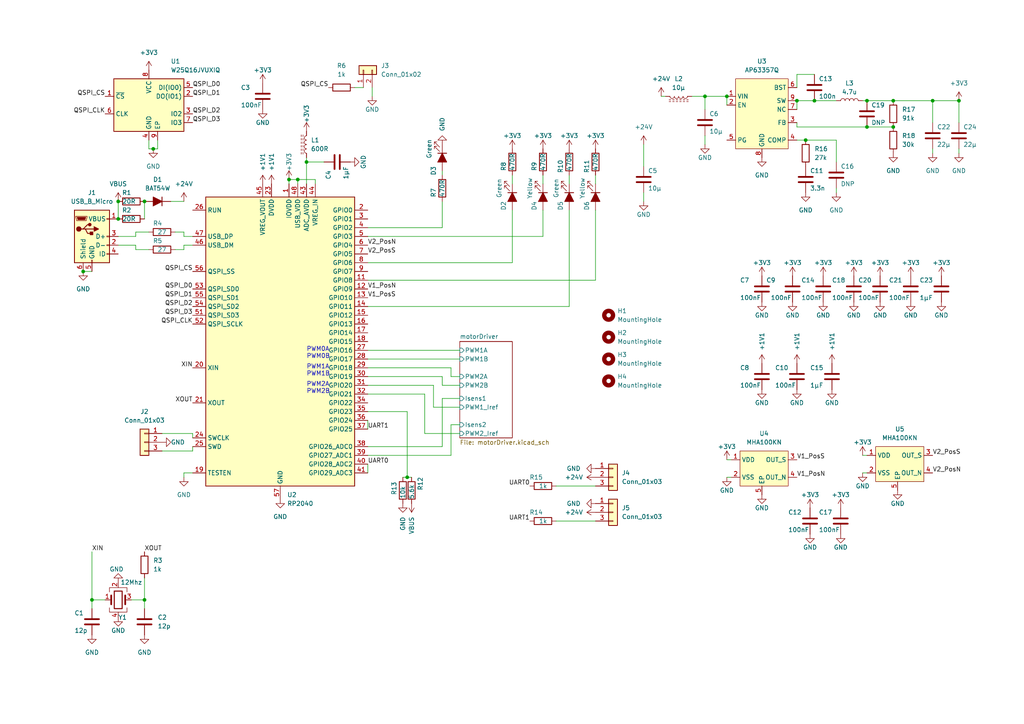
<source format=kicad_sch>
(kicad_sch (version 20211123) (generator eeschema)
  (paper "A4")
  (lib_symbols
    (symbol "Bergi:AP63357Q"
      (property "Reference" "U" (at -6.35 11.43 0))
      (property "Value" "AP63357Q" (at -2.54 8.89 0))
      (symbol "AP63357Q_1_1"
        (pin unspecified line (at -10.16 2.54 0) (length 2.54) (name "VIN") (number "1"))
        (pin unspecified line (at -10.16 0 0) (length 2.54) (name "EN") (number "2"))
        (pin unspecified line (at 10.16 -5.08 180) (length 2.54) (name "FB") (number "3"))
        (pin unspecified line (at 10.16 -10.16 180) (length 2.54) (name "COMP") (number "4"))
        (pin unspecified line (at -10.16 -10.16 0) (length 2.54) (name "PG") (number "5"))
        (pin unspecified line (at 10.16 5.08 180) (length 2.54) (name "BST") (number "6"))
        (pin unspecified line (at 10.16 -1.27 180) (length 2.54) (name "NC") (number "7"))
        (pin unspecified line (at 0 -15.24 90) (length 2.54) (name "GND") (number "8"))
        (pin unspecified line (at 10.16 1.27 180) (length 2.54) (name "SW") (number "9"))
      )
    )
    (symbol "Bergi:MHA100KN"
      (property "Reference" "U" (at -5.08 6.35 0))
      (property "Value" "MHA100KN" (at 10.16 -6.35 0))
      (symbol "MHA100KN_1_1"
        (pin unspecified line (at -8.89 2.54 0) (length 2.54) (name "VDD") (number "1"))
        (pin unspecified line (at -8.89 -2.54 0) (length 2.54) (name "VSS") (number "2"))
        (pin unspecified line (at 10.16 2.54 180) (length 2.54) (name "OUT_S") (number "3"))
        (pin unspecified line (at 10.16 -2.54 180) (length 2.54) (name "OUT_N") (number "4"))
        (pin unspecified line (at 0 -7.62 90) (length 2.54) (name "EP") (number "5"))
      )
    )
    (symbol "Bergi:W25Q16JVUXIQ"
      (property "Reference" "U" (at -8.89 8.89 0))
      (property "Value" "W25Q16JVUXIQ" (at 7.62 8.89 0))
      (symbol "W25Q16JVUXIQ_1_1"
        (pin input line (at -12.7 2.54 0) (length 2.54) (name "~{CS}") (number "1"))
        (pin bidirectional line (at 12.7 2.54 180) (length 2.54) (name "DO(IO1)") (number "2"))
        (pin bidirectional line (at 12.7 -2.54 180) (length 2.54) (name "IO2") (number "3"))
        (pin power_in line (at 0 -10.16 90) (length 2.54) (name "GND") (number "4"))
        (pin bidirectional line (at 12.7 5.08 180) (length 2.54) (name "DI(IO0)") (number "5"))
        (pin input line (at -12.7 -2.54 0) (length 2.54) (name "CLK") (number "6"))
        (pin bidirectional line (at 12.7 -5.08 180) (length 2.54) (name "IO3") (number "7"))
        (pin power_in line (at 0 10.16 270) (length 2.54) (name "VCC") (number "8"))
        (pin passive line (at 2.54 -10.16 90) (length 2.54) (name "EP") (number "9"))
      )
    )
    (symbol "Connector:USB_B_Micro" (pin_names (offset 1.016))
      (property "Reference" "J" (at -5.08 11.43 0))
      (property "Value" "USB_B_Micro" (at -5.08 8.89 0))
      (symbol "USB_B_Micro_1_1"
        (pin power_out line (at 7.62 5.08 180) (length 2.54) (name "VBUS") (number "1"))
        (pin bidirectional line (at 7.62 -2.54 180) (length 2.54) (name "D-") (number "2"))
        (pin bidirectional line (at 7.62 0 180) (length 2.54) (name "D+") (number "3"))
        (pin passive line (at 7.62 -5.08 180) (length 2.54) (name "ID") (number "4"))
        (pin power_out line (at 0 -10.16 90) (length 2.54) (name "GND") (number "5"))
        (pin passive line (at -2.54 -10.16 90) (length 2.54) (name "Shield") (number "6"))
      )
    )
    (symbol "Connector_Generic:Conn_01x02" (pin_names (offset 1.016) hide)
      (property "Reference" "J" (at 0 2.54 0))
      (property "Value" "Conn_01x02" (at 0 -5.08 0))
      (symbol "Conn_01x02_1_1"
        (pin passive line (at -5.08 0 0) (length 3.81) (name "Pin_1") (number "1"))
        (pin passive line (at -5.08 -2.54 0) (length 3.81) (name "Pin_2") (number "2"))
      )
    )
    (symbol "Connector_Generic:Conn_01x03" (pin_names (offset 1.016) hide)
      (property "Reference" "J" (at 0 5.08 0))
      (property "Value" "Conn_01x03" (at 0 -5.08 0))
      (symbol "Conn_01x03_1_1"
        (pin passive line (at -5.08 2.54 0) (length 3.81) (name "Pin_1") (number "1"))
        (pin passive line (at -5.08 0 0) (length 3.81) (name "Pin_2") (number "2"))
        (pin passive line (at -5.08 -2.54 0) (length 3.81) (name "Pin_3") (number "3"))
      )
    )
    (symbol "Device:C" (pin_numbers hide) (pin_names (offset 0.254))
      (property "Reference" "C" (at 0.635 2.54 0))
      (property "Value" "C" (at 0.635 -2.54 0))
      (symbol "C_1_1"
        (pin passive line (at 0 3.81 270) (length 2.794) (name "~") (number "1"))
        (pin passive line (at 0 -3.81 90) (length 2.794) (name "~") (number "2"))
      )
    )
    (symbol "Device:Crystal_GND24" (pin_names (offset 1.016) hide)
      (property "Reference" "Y" (at 3.175 5.08 0))
      (property "Value" "Crystal_GND24" (at 3.175 3.175 0))
      (symbol "Crystal_GND24_1_1"
        (pin passive line (at -3.81 0 0) (length 1.27) (name "1") (number "1"))
        (pin passive line (at 0 5.08 270) (length 1.27) (name "2") (number "2"))
        (pin passive line (at 3.81 0 180) (length 1.27) (name "3") (number "3"))
        (pin passive line (at 0 -5.08 90) (length 1.27) (name "4") (number "4"))
      )
    )
    (symbol "Device:D_Filled" (pin_numbers hide) (pin_names (offset 1.016) hide)
      (property "Reference" "D" (at 0 2.54 0))
      (property "Value" "D_Filled" (at 0 -2.54 0))
      (symbol "D_Filled_1_1"
        (pin passive line (at -3.81 0 0) (length 2.54) (name "K") (number "1"))
        (pin passive line (at 3.81 0 180) (length 2.54) (name "A") (number "2"))
      )
    )
    (symbol "Device:L" (pin_numbers hide) (pin_names (offset 1.016) hide)
      (property "Reference" "L" (at -1.27 0 90))
      (property "Value" "L" (at 1.905 0 90))
      (symbol "L_1_1"
        (pin passive line (at 0 3.81 270) (length 1.27) (name "1") (number "1"))
        (pin passive line (at 0 -3.81 90) (length 1.27) (name "2") (number "2"))
      )
    )
    (symbol "Device:LED_Filled" (pin_numbers hide) (pin_names (offset 1.016) hide)
      (property "Reference" "D" (at 0 2.54 0))
      (property "Value" "LED_Filled" (at 0 -2.54 0))
      (symbol "LED_Filled_1_1"
        (pin passive line (at -3.81 0 0) (length 2.54) (name "K") (number "1"))
        (pin passive line (at 3.81 0 180) (length 2.54) (name "A") (number "2"))
      )
    )
    (symbol "Device:L_Ferrite" (pin_numbers hide) (pin_names (offset 1.016) hide)
      (property "Reference" "L" (at -1.27 0 90))
      (property "Value" "L_Ferrite" (at 2.794 0 90))
      (symbol "L_Ferrite_1_1"
        (pin passive line (at 0 3.81 270) (length 1.27) (name "1") (number "1"))
        (pin passive line (at 0 -3.81 90) (length 1.27) (name "2") (number "2"))
      )
    )
    (symbol "Device:R" (pin_numbers hide) (pin_names (offset 0))
      (property "Reference" "R" (at 2.032 0 90))
      (property "Value" "R" (at 0 0 90))
      (symbol "R_1_1"
        (pin passive line (at 0 3.81 270) (length 1.27) (name "~") (number "1"))
        (pin passive line (at 0 -3.81 90) (length 1.27) (name "~") (number "2"))
      )
    )
    (symbol "MCU_RaspberryPi:RP2040"
      (property "Reference" "U" (at 17.78 45.72 0))
      (property "Value" "RP2040" (at 17.78 43.18 0))
      (symbol "RP2040_1_1"
        (pin power_in line (at 2.54 45.72 270) (length 3.81) (name "IOVDD") (number "1"))
        (pin passive line (at 2.54 45.72 270) (length 3.81) hide (name "IOVDD") (number "10"))
        (pin bidirectional line (at 25.4 17.78 180) (length 3.81) (name "GPIO8") (number "11"))
        (pin bidirectional line (at 25.4 15.24 180) (length 3.81) (name "GPIO9") (number "12"))
        (pin bidirectional line (at 25.4 12.7 180) (length 3.81) (name "GPIO10") (number "13"))
        (pin bidirectional line (at 25.4 10.16 180) (length 3.81) (name "GPIO11") (number "14"))
        (pin bidirectional line (at 25.4 7.62 180) (length 3.81) (name "GPIO12") (number "15"))
        (pin bidirectional line (at 25.4 5.08 180) (length 3.81) (name "GPIO13") (number "16"))
        (pin bidirectional line (at 25.4 2.54 180) (length 3.81) (name "GPIO14") (number "17"))
        (pin bidirectional line (at 25.4 0 180) (length 3.81) (name "GPIO15") (number "18"))
        (pin input line (at -25.4 -38.1 0) (length 3.81) (name "TESTEN") (number "19"))
        (pin bidirectional line (at 25.4 38.1 180) (length 3.81) (name "GPIO0") (number "2"))
        (pin input line (at -25.4 -7.62 0) (length 3.81) (name "XIN") (number "20"))
        (pin passive line (at -25.4 -17.78 0) (length 3.81) (name "XOUT") (number "21"))
        (pin passive line (at 2.54 45.72 270) (length 3.81) hide (name "IOVDD") (number "22"))
        (pin power_in line (at -2.54 45.72 270) (length 3.81) (name "DVDD") (number "23"))
        (pin output line (at -25.4 -27.94 0) (length 3.81) (name "SWCLK") (number "24"))
        (pin bidirectional line (at -25.4 -30.48 0) (length 3.81) (name "SWD") (number "25"))
        (pin input line (at -25.4 38.1 0) (length 3.81) (name "RUN") (number "26"))
        (pin bidirectional line (at 25.4 -2.54 180) (length 3.81) (name "GPIO16") (number "27"))
        (pin bidirectional line (at 25.4 -5.08 180) (length 3.81) (name "GPIO17") (number "28"))
        (pin bidirectional line (at 25.4 -7.62 180) (length 3.81) (name "GPIO18") (number "29"))
        (pin bidirectional line (at 25.4 35.56 180) (length 3.81) (name "GPIO1") (number "3"))
        (pin bidirectional line (at 25.4 -10.16 180) (length 3.81) (name "GPIO19") (number "30"))
        (pin bidirectional line (at 25.4 -12.7 180) (length 3.81) (name "GPIO20") (number "31"))
        (pin bidirectional line (at 25.4 -15.24 180) (length 3.81) (name "GPIO21") (number "32"))
        (pin passive line (at 2.54 45.72 270) (length 3.81) hide (name "IOVDD") (number "33"))
        (pin bidirectional line (at 25.4 -17.78 180) (length 3.81) (name "GPIO22") (number "34"))
        (pin bidirectional line (at 25.4 -20.32 180) (length 3.81) (name "GPIO23") (number "35"))
        (pin bidirectional line (at 25.4 -22.86 180) (length 3.81) (name "GPIO24") (number "36"))
        (pin bidirectional line (at 25.4 -25.4 180) (length 3.81) (name "GPIO25") (number "37"))
        (pin bidirectional line (at 25.4 -30.48 180) (length 3.81) (name "GPIO26_ADC0") (number "38"))
        (pin bidirectional line (at 25.4 -33.02 180) (length 3.81) (name "GPIO27_ADC1") (number "39"))
        (pin bidirectional line (at 25.4 33.02 180) (length 3.81) (name "GPIO2") (number "4"))
        (pin bidirectional line (at 25.4 -35.56 180) (length 3.81) (name "GPIO28_ADC2") (number "40"))
        (pin bidirectional line (at 25.4 -38.1 180) (length 3.81) (name "GPIO29_ADC3") (number "41"))
        (pin passive line (at 2.54 45.72 270) (length 3.81) hide (name "IOVDD") (number "42"))
        (pin power_in line (at 7.62 45.72 270) (length 3.81) (name "ADC_AVDD") (number "43"))
        (pin power_in line (at 10.16 45.72 270) (length 3.81) (name "VREG_IN") (number "44"))
        (pin power_out line (at -5.08 45.72 270) (length 3.81) (name "VREG_VOUT") (number "45"))
        (pin bidirectional line (at -25.4 27.94 0) (length 3.81) (name "USB_DM") (number "46"))
        (pin bidirectional line (at -25.4 30.48 0) (length 3.81) (name "USB_DP") (number "47"))
        (pin power_in line (at 5.08 45.72 270) (length 3.81) (name "USB_VDD") (number "48"))
        (pin passive line (at 2.54 45.72 270) (length 3.81) hide (name "IOVDD") (number "49"))
        (pin bidirectional line (at 25.4 30.48 180) (length 3.81) (name "GPIO3") (number "5"))
        (pin passive line (at -2.54 45.72 270) (length 3.81) hide (name "DVDD") (number "50"))
        (pin bidirectional line (at -25.4 7.62 0) (length 3.81) (name "QSPI_SD3") (number "51"))
        (pin output line (at -25.4 5.08 0) (length 3.81) (name "QSPI_SCLK") (number "52"))
        (pin bidirectional line (at -25.4 15.24 0) (length 3.81) (name "QSPI_SD0") (number "53"))
        (pin bidirectional line (at -25.4 10.16 0) (length 3.81) (name "QSPI_SD2") (number "54"))
        (pin bidirectional line (at -25.4 12.7 0) (length 3.81) (name "QSPI_SD1") (number "55"))
        (pin bidirectional line (at -25.4 20.32 0) (length 3.81) (name "QSPI_SS") (number "56"))
        (pin power_in line (at 0 -45.72 90) (length 3.81) (name "GND") (number "57"))
        (pin bidirectional line (at 25.4 27.94 180) (length 3.81) (name "GPIO4") (number "6"))
        (pin bidirectional line (at 25.4 25.4 180) (length 3.81) (name "GPIO5") (number "7"))
        (pin bidirectional line (at 25.4 22.86 180) (length 3.81) (name "GPIO6") (number "8"))
        (pin bidirectional line (at 25.4 20.32 180) (length 3.81) (name "GPIO7") (number "9"))
      )
    )
    (symbol "Mechanical:MountingHole" (pin_names (offset 1.016))
      (property "Reference" "H" (at 0 5.08 0))
      (property "Value" "MountingHole" (at 0 3.175 0))
    )
    (symbol "power:+1V1" (power) (pin_names (offset 0))
      (property "Value" "+1V1" (at 0 3.556 0))
      (symbol "+1V1_1_1"
        (pin power_in line (at 0 0 90) (length 0) hide (name "+1V1") (number "1"))
      )
    )
    (symbol "power:+24V" (power) (pin_names (offset 0))
      (property "Value" "+24V" (at 0 3.556 0))
      (symbol "+24V_1_1"
        (pin power_in line (at 0 0 90) (length 0) hide (name "+24V") (number "1"))
      )
    )
    (symbol "power:+3V3" (power) (pin_names (offset 0))
      (property "Value" "+3V3" (at 0 3.556 0))
      (symbol "+3V3_1_1"
        (pin power_in line (at 0 0 90) (length 0) hide (name "+3V3") (number "1"))
      )
    )
    (symbol "power:GND" (power) (pin_names (offset 0))
      (property "Value" "GND" (at 0 -3.81 0))
      (symbol "GND_1_1"
        (pin power_in line (at 0 0 270) (length 0) hide (name "GND") (number "1"))
      )
    )
    (symbol "power:VBUS" (power) (pin_names (offset 0))
      (property "Value" "VBUS" (at 0 3.81 0))
      (symbol "VBUS_1_1"
        (pin power_in line (at 0 0 90) (length 0) hide (name "VBUS") (number "1"))
      )
    )
  )
  (junction (at 24.13 78.74))
  (junction (at 204.47 27.94))
  (junction (at 88.9 46.99))
  (junction (at 210.82 27.94))
  (junction (at 41.91 58.42))
  (junction (at 236.22 29.21))
  (junction (at 118.11 138.43))
  (junction (at 26.67 173.99))
  (junction (at 41.91 173.99))
  (junction (at 34.29 63.5))
  (junction (at 86.36 52.07))
  (junction (at 233.68 40.64))
  (junction (at 259.08 36.83))
  (junction (at 34.29 58.42))
  (junction (at 231.14 29.21))
  (junction (at 251.46 29.21))
  (junction (at 278.13 29.21))
  (junction (at 259.08 29.21))
  (junction (at 83.82 52.07))
  (junction (at 44.45 43.18))
  (junction (at 270.51 29.21))
  (junction (at 251.46 36.83))
  (wire (pts (xy 88.9 46.99) (xy 93.98 46.99)))
  (wire (pts (xy 128.27 111.76) (xy 128.27 109.22)))
  (wire (pts (xy 130.81 132.08) (xy 130.81 123.19)))
  (wire (pts (xy 88.9 45.72) (xy 88.9 46.99)))
  (wire (pts (xy 278.13 44.45) (xy 278.13 43.18)))
  (wire (pts (xy 148.59 50.8) (xy 148.59 53.34)))
  (wire (pts (xy 148.59 60.96) (xy 148.59 76.2)))
  (wire (pts (xy 133.35 118.11) (xy 125.73 118.11)))
  (wire (pts (xy 46.99 130.81) (xy 55.88 130.81)))
  (wire (pts (xy 86.36 52.07) (xy 91.44 52.07)))
  (wire (pts (xy 231.14 36.83) (xy 251.46 36.83)))
  (wire (pts (xy 53.34 137.16) (xy 55.88 137.16)))
  (wire (pts (xy 106.68 129.54) (xy 128.27 129.54)))
  (wire (pts (xy 41.91 58.42) (xy 41.91 63.5)))
  (wire (pts (xy 128.27 58.42) (xy 128.27 66.04)))
  (wire (pts (xy 204.47 27.94) (xy 210.82 27.94)))
  (wire (pts (xy 161.29 140.97) (xy 172.72 140.97)))
  (wire (pts (xy 106.68 134.62) (xy 106.68 137.16)))
  (wire (pts (xy 250.19 132.08) (xy 251.46 132.08)))
  (wire (pts (xy 55.88 125.73) (xy 46.99 125.73)))
  (wire (pts (xy 204.47 41.91) (xy 204.47 39.37)))
  (wire (pts (xy 106.68 66.04) (xy 128.27 66.04)))
  (wire (pts (xy 106.68 109.22) (xy 128.27 109.22)))
  (wire (pts (xy 123.19 125.73) (xy 123.19 114.3)))
  (wire (pts (xy 157.48 60.96) (xy 157.48 68.58)))
  (wire (pts (xy 43.18 67.31) (xy 39.37 67.31)))
  (wire (pts (xy 161.29 151.13) (xy 172.72 151.13)))
  (wire (pts (xy 53.34 67.31) (xy 50.8 67.31)))
  (wire (pts (xy 119.38 138.43) (xy 118.11 138.43)))
  (wire (pts (xy 118.11 138.43) (xy 116.84 138.43)))
  (wire (pts (xy 34.29 71.12) (xy 39.37 71.12)))
  (wire (pts (xy 242.57 55.88) (xy 242.57 54.61)))
  (wire (pts (xy 250.19 137.16) (xy 251.46 137.16)))
  (wire (pts (xy 44.45 43.18) (xy 45.72 43.18)))
  (wire (pts (xy 270.51 29.21) (xy 270.51 35.56)))
  (wire (pts (xy 55.88 127) (xy 55.88 125.73)))
  (wire (pts (xy 250.19 29.21) (xy 251.46 29.21)))
  (wire (pts (xy 39.37 68.58) (xy 34.29 68.58)))
  (wire (pts (xy 38.1 173.99) (xy 41.91 173.99)))
  (wire (pts (xy 251.46 36.83) (xy 259.08 36.83)))
  (wire (pts (xy 106.68 101.6) (xy 133.35 101.6)))
  (wire (pts (xy 233.68 40.64) (xy 231.14 40.64)))
  (wire (pts (xy 106.68 81.28) (xy 172.72 81.28)))
  (wire (pts (xy 53.34 68.58) (xy 53.34 67.31)))
  (wire (pts (xy 270.51 44.45) (xy 270.51 43.18)))
  (wire (pts (xy 106.68 111.76) (xy 125.73 111.76)))
  (wire (pts (xy 133.35 109.22) (xy 130.81 109.22)))
  (wire (pts (xy 26.67 176.53) (xy 26.67 173.99)))
  (wire (pts (xy 231.14 21.59) (xy 236.22 21.59)))
  (wire (pts (xy 130.81 123.19) (xy 133.35 123.19)))
  (wire (pts (xy 118.11 119.38) (xy 106.68 119.38)))
  (wire (pts (xy 50.8 72.39) (xy 53.34 72.39)))
  (wire (pts (xy 106.68 121.92) (xy 106.68 124.46)))
  (wire (pts (xy 43.18 40.64) (xy 43.18 43.18)))
  (wire (pts (xy 210.82 133.35) (xy 212.09 133.35)))
  (wire (pts (xy 165.1 88.9) (xy 106.68 88.9)))
  (wire (pts (xy 107.95 25.4) (xy 107.95 27.94)))
  (wire (pts (xy 200.66 27.94) (xy 204.47 27.94)))
  (wire (pts (xy 278.13 29.21) (xy 270.51 29.21)))
  (wire (pts (xy 26.67 160.02) (xy 26.67 173.99)))
  (wire (pts (xy 231.14 29.21) (xy 236.22 29.21)))
  (wire (pts (xy 106.68 132.08) (xy 130.81 132.08)))
  (wire (pts (xy 55.88 68.58) (xy 53.34 68.58)))
  (wire (pts (xy 39.37 67.31) (xy 39.37 68.58)))
  (wire (pts (xy 91.44 52.07) (xy 91.44 53.34)))
  (wire (pts (xy 49.53 58.42) (xy 53.34 58.42)))
  (wire (pts (xy 157.48 50.8) (xy 157.48 53.34)))
  (wire (pts (xy 43.18 43.18) (xy 44.45 43.18)))
  (wire (pts (xy 128.27 129.54) (xy 128.27 115.57)))
  (wire (pts (xy 204.47 31.75) (xy 204.47 27.94)))
  (wire (pts (xy 41.91 167.64) (xy 41.91 173.99)))
  (wire (pts (xy 128.27 115.57) (xy 133.35 115.57)))
  (wire (pts (xy 106.68 104.14) (xy 133.35 104.14)))
  (wire (pts (xy 165.1 60.96) (xy 165.1 88.9)))
  (wire (pts (xy 130.81 109.22) (xy 130.81 106.68)))
  (wire (pts (xy 133.35 125.73) (xy 123.19 125.73)))
  (wire (pts (xy 186.69 58.42) (xy 186.69 55.88)))
  (wire (pts (xy 55.88 130.81) (xy 55.88 129.54)))
  (wire (pts (xy 45.72 43.18) (xy 45.72 40.64)))
  (wire (pts (xy 133.35 111.76) (xy 128.27 111.76)))
  (wire (pts (xy 118.11 138.43) (xy 118.11 119.38)))
  (wire (pts (xy 106.68 106.68) (xy 130.81 106.68)))
  (wire (pts (xy 125.73 118.11) (xy 125.73 111.76)))
  (wire (pts (xy 231.14 25.4) (xy 231.14 21.59)))
  (wire (pts (xy 186.69 41.91) (xy 186.69 48.26)))
  (wire (pts (xy 39.37 72.39) (xy 43.18 72.39)))
  (wire (pts (xy 128.27 50.8) (xy 128.27 49.53)))
  (wire (pts (xy 242.57 46.99) (xy 242.57 40.64)))
  (wire (pts (xy 165.1 50.8) (xy 165.1 53.34)))
  (wire (pts (xy 231.14 35.56) (xy 231.14 36.83)))
  (wire (pts (xy 86.36 52.07) (xy 86.36 53.34)))
  (wire (pts (xy 83.82 52.07) (xy 86.36 52.07)))
  (wire (pts (xy 102.87 25.4) (xy 105.41 25.4)))
  (wire (pts (xy 41.91 173.99) (xy 41.91 176.53)))
  (wire (pts (xy 278.13 35.56) (xy 278.13 29.21)))
  (wire (pts (xy 106.68 76.2) (xy 148.59 76.2)))
  (wire (pts (xy 53.34 72.39) (xy 53.34 71.12)))
  (wire (pts (xy 172.72 60.96) (xy 172.72 81.28)))
  (wire (pts (xy 83.82 52.07) (xy 83.82 53.34)))
  (wire (pts (xy 39.37 71.12) (xy 39.37 72.39)))
  (wire (pts (xy 210.82 27.94) (xy 210.82 30.48)))
  (wire (pts (xy 106.68 68.58) (xy 157.48 68.58)))
  (wire (pts (xy 53.34 138.43) (xy 53.34 137.16)))
  (wire (pts (xy 26.67 173.99) (xy 30.48 173.99)))
  (wire (pts (xy 24.13 78.74) (xy 26.67 78.74)))
  (wire (pts (xy 191.77 27.94) (xy 193.04 27.94)))
  (wire (pts (xy 34.29 63.5) (xy 34.29 58.42)))
  (wire (pts (xy 231.14 31.75) (xy 231.14 29.21)))
  (wire (pts (xy 172.72 50.8) (xy 172.72 53.34)))
  (wire (pts (xy 251.46 29.21) (xy 259.08 29.21)))
  (wire (pts (xy 210.82 138.43) (xy 212.09 138.43)))
  (wire (pts (xy 236.22 29.21) (xy 242.57 29.21)))
  (wire (pts (xy 242.57 40.64) (xy 233.68 40.64)))
  (wire (pts (xy 106.68 114.3) (xy 123.19 114.3)))
  (wire (pts (xy 53.34 71.12) (xy 55.88 71.12)))
  (wire (pts (xy 88.9 46.99) (xy 88.9 53.34)))
  (wire (pts (xy 259.08 29.21) (xy 270.51 29.21)))
  (text "PWM2A\nPWM2B" (at 88.9 114.3 0) (effects (font (size 1.27 1.27)) (justify left bottom)))
  (text "PWM1A\nPWM1B" (at 88.9 109.22 0) (effects (font (size 1.27 1.27)) (justify left bottom)))
  (text "PWM0A\nPWM0B" (at 88.9 104.14 0) (effects (font (size 1.27 1.27)) (justify left bottom)))
  (label "V2_PosN" (at 270.51 137.16 0))
  (label "V1_PosS" (at 231.14 133.35 0))
  (label "QSPI_D1" (at 55.88 27.94 0))
  (label "UART1" (at 153.67 151.13 180))
  (label "QSPI_D0" (at 55.88 25.4 0))
  (label "QSPI_D3" (at 55.88 91.44 180))
  (label "QSPI_D0" (at 55.88 83.82 180))
  (label "QSPI_CS" (at 55.88 78.74 180))
  (label "QSPI_CLK" (at 55.88 93.98 180))
  (label "V2_PosS" (at 270.51 132.08 0))
  (label "V1_PosS" (at 106.68 86.36 0))
  (label "XOUT" (at 41.91 160.02 0))
  (label "QSPI_D3" (at 55.88 35.56 0))
  (label "XIN" (at 26.67 160.02 0))
  (label "XIN" (at 55.88 106.68 180))
  (label "QSPI_CLK" (at 30.48 33.02 180))
  (label "QSPI_CS" (at 30.48 27.94 180))
  (label "QSPI_D1" (at 55.88 86.36 180))
  (label "UART0" (at 106.68 134.62 0))
  (label "QSPI_CS" (at 95.25 25.4 180))
  (label "V1_PosN" (at 106.68 83.82 0))
  (label "V2_PosS" (at 106.68 73.66 0))
  (label "V1_PosN" (at 231.14 138.43 0))
  (label "QSPI_D2" (at 55.88 33.02 0))
  (label "QSPI_D2" (at 55.88 88.9 180))
  (label "UART1" (at 106.68 124.46 0))
  (label "XOUT" (at 55.88 116.84 180))
  (label "V2_PosN" (at 106.68 71.12 0))
  (label "UART0" (at 153.67 140.97 180))
  (symbol (lib_id "Device:L_Ferrite") (at 88.9 41.91 180) (unit 1)
    (property "Reference" "L1" (at 90.17 40.6399 0) (effects (justify right)))
    (property "Value" "600R" (at 90.17 43.1799 0) (effects (justify right)))
    (property "Footprint" "Inductor_SMD:L_0603_1608Metric" (effects hide))
  )
  (symbol (lib_id "Device:R") (at 165.1 46.99 180) (unit 1)
    (property "Reference" "R10" (at 162.56 48.26 90))
    (property "Value" "470R" (at 165.1 46.99 90))
    (property "Footprint" "Resistor_SMD:R_0603_1608Metric" (effects hide))
  )
  (symbol (lib_id "Device:C") (at 97.79 46.99 90) (unit 1)
    (property "Reference" "C4" (at 95.25 52.07 0) (effects (justify left)))
    (property "Value" "1µF" (at 100.33 52.07 0) (effects (justify left)))
    (property "Footprint" "Capacitor_SMD:C_0603_1608Metric" (effects hide))
  )
  (symbol (lib_id "power:GND") (at 264.16 87.63 0) (unit 1)
    (property "Reference" "#PWR067" (effects hide))
    (property "Value" "GND" (at 264.16 91.44 0))
  )
  (symbol (lib_id "power:GND") (at 116.84 146.05 0) (unit 1)
    (property "Reference" "#PWR027" (effects hide))
    (property "Value" "GND" (at 116.8401 149.86 90) (effects (justify right)))
  )
  (symbol (lib_id "power:GND") (at 210.82 138.43 0) (unit 1)
    (property "Reference" "#PWR037" (effects hide))
    (property "Value" "GND" (at 210.82 142.24 0))
  )
  (symbol (lib_id "Device:Crystal_GND24") (at 34.29 173.99 0) (unit 1)
    (property "Reference" "Y1" (at 35.56 179.07 0))
    (property "Value" "12Mhz" (at 38.1 168.91 0))
    (property "Footprint" "Crystal:Crystal_SMD_2520-4Pin_2.5x2.0mm" (effects hide))
    (property "HTN" "ECS-120-12-36-AGN-TR3" (effects hide))
  )
  (symbol (lib_id "Device:C") (at 242.57 50.8 180) (unit 1)
    (property "Reference" "C16" (at 243.84 48.26 0) (effects (justify right)))
    (property "Value" "DNP" (at 243.84 53.34 0) (effects (justify right)))
    (property "Footprint" "Capacitor_SMD:C_0603_1608Metric" (effects hide))
  )
  (symbol (lib_id "Bergi:W25Q16JVUXIQ") (at 43.18 30.48 0) (unit 1)
    (property "Reference" "U1" (at 49.53 17.78 0) (effects (justify left)))
    (property "Value" "W25Q16JVUXIQ" (at 49.53 20.32 0) (effects (justify left)))
    (property "Footprint" "Bergi:DFN-8-1EP_3x2mm_P0.5mm_EP0.3x1.6mm" (effects hide))
    (property "Datasheet" "http://www.winbond.com/resource-files/w25q32jv%20revg%2003272018%20plus.pdf" (effects hide))
  )
  (symbol (lib_id "Device:R") (at 46.99 72.39 90) (unit 1)
    (property "Reference" "R5" (at 45.72 69.85 90))
    (property "Value" "27" (at 46.99 72.39 90))
    (property "Footprint" "Resistor_SMD:R_0603_1608Metric" (effects hide))
  )
  (symbol (lib_id "Device:R") (at 157.48 151.13 270) (unit 1)
    (property "Reference" "R14" (at 157.48 148.59 90) (effects (justify right)))
    (property "Value" "1k" (at 158.75 151.13 90) (effects (justify right)))
    (property "Footprint" "Resistor_SMD:R_0603_1608Metric" (effects hide))
  )
  (symbol (lib_id "Connector_Generic:Conn_01x02") (at 105.41 20.32 90) (unit 1)
    (property "Reference" "J3" (at 110.49 19.0499 90) (effects (justify right)))
    (property "Value" "Conn_01x02" (at 110.49 21.5899 90) (effects (justify right)))
    (property "Footprint" "Connector_PinSocket_2.54mm:PinSocket_1x02_P2.54mm_Vertical" (effects hide))
  )
  (symbol (lib_id "Device:C") (at 76.2 27.94 0) (unit 1)
    (property "Reference" "C3" (at 69.85 25.4 0) (effects (justify left)))
    (property "Value" "100nF" (at 69.85 30.48 0) (effects (justify left)))
    (property "Footprint" "Capacitor_SMD:C_0603_1608Metric" (effects hide))
  )
  (symbol (lib_id "Device:LED_Filled") (at 157.48 57.15 270) (unit 1)
    (property "Reference" "D4" (at 154.94 59.69 0))
    (property "Value" "Yellow" (at 153.67 54.61 0))
    (property "Footprint" "LED_SMD:LED_0603_1608Metric" (effects hide))
  )
  (symbol (lib_id "Mechanical:MountingHole") (at 176.53 104.14 0) (unit 1)
    (property "Reference" "H3" (at 179.07 102.8699 0) (effects (justify left)))
    (property "Value" "MountingHole" (at 179.07 105.4099 0) (effects (justify left)))
    (property "Footprint" "MountingHole:MountingHole_3.2mm_M3_DIN965" (effects hide))
  )
  (symbol (lib_id "Device:C") (at 229.87 83.82 0) (unit 1)
    (property "Reference" "C9" (at 222.25 81.28 0) (effects (justify left)))
    (property "Value" "100nF" (at 223.52 86.36 0) (effects (justify left)))
    (property "Footprint" "Capacitor_SMD:C_0603_1608Metric" (effects hide))
  )
  (symbol (lib_id "power:GND") (at 76.2 31.75 0) (unit 1)
    (property "Reference" "#PWR013" (effects hide))
    (property "Value" "GND" (at 76.2 35.56 0))
  )
  (symbol (lib_id "power:+24V") (at 191.77 27.94 0) (unit 1)
    (property "Reference" "#PWR034" (effects hide))
    (property "Value" "+24V" (at 191.77 22.86 0))
  )
  (symbol (lib_id "power:GND") (at 128.27 41.91 180) (unit 1)
    (property "Reference" "#PWR022" (effects hide))
    (property "Value" "GND" (at 128.2699 38.1 90) (effects (justify right)))
  )
  (symbol (lib_id "Device:C") (at 251.46 33.02 180) (unit 1)
    (property "Reference" "C19" (at 252.73 30.48 0) (effects (justify right)))
    (property "Value" "DNP" (at 252.73 35.56 0) (effects (justify right)))
    (property "Footprint" "Capacitor_SMD:C_0603_1608Metric" (effects hide))
  )
  (symbol (lib_id "Device:R") (at 41.91 163.83 0) (unit 1)
    (property "Reference" "R3" (at 44.45 162.5599 0) (effects (justify left)))
    (property "Value" "1k" (at 44.45 165.0999 0) (effects (justify left)))
    (property "Footprint" "Resistor_SMD:R_0603_1608Metric" (effects hide))
  )
  (symbol (lib_id "Device:C") (at 243.84 151.13 0) (unit 1)
    (property "Reference" "C17" (at 237.49 148.59 0) (effects (justify left)))
    (property "Value" "100nF" (at 237.49 153.67 0) (effects (justify left)))
    (property "Footprint" "Capacitor_SMD:C_0402_1005Metric" (effects hide))
  )
  (symbol (lib_id "Connector_Generic:Conn_01x03") (at 177.8 138.43 0) (unit 1)
    (property "Reference" "J4" (at 180.34 137.1599 0) (effects (justify left)))
    (property "Value" "Conn_01x03" (at 180.34 139.6999 0) (effects (justify left)))
    (property "Footprint" "Connector_Molex:Molex_KK-254_AE-6410-03A_1x03_P2.54mm_Vertical" (effects hide))
  )
  (symbol (lib_id "Device:R") (at 259.08 33.02 0) (unit 1)
    (property "Reference" "R17" (at 261.62 31.7499 0) (effects (justify left)))
    (property "Value" "91k" (at 261.62 34.2899 0) (effects (justify left)))
    (property "Footprint" "Resistor_SMD:R_0603_1608Metric" (effects hide))
  )
  (symbol (lib_id "Device:R") (at 148.59 46.99 180) (unit 1)
    (property "Reference" "R8" (at 146.05 48.26 90))
    (property "Value" "470R" (at 148.59 46.99 90))
    (property "Footprint" "Resistor_SMD:R_0603_1608Metric" (effects hide))
  )
  (symbol (lib_id "power:+1V1") (at 241.3 105.41 0) (unit 1)
    (property "Reference" "#PWR053" (effects hide))
    (property "Value" "+1V1" (at 241.3 99.06 90))
  )
  (symbol (lib_id "Device:R") (at 38.1 63.5 270) (unit 1)
    (property "Reference" "R2" (at 38.1 60.96 90) (effects (justify right)))
    (property "Value" "20R" (at 39.37 63.5 90) (effects (justify right)))
    (property "Footprint" "Resistor_SMD:R_0603_1608Metric" (effects hide))
  )
  (symbol (lib_id "Device:L_Ferrite") (at 196.85 27.94 270) (unit 1)
    (property "Reference" "L2" (at 196.85 22.86 90))
    (property "Value" "10µ" (at 196.85 25.4 90))
    (property "Footprint" "Inductor_SMD:L_0805_2012Metric" (effects hide))
  )
  (symbol (lib_id "Device:C") (at 264.16 83.82 0) (unit 1)
    (property "Reference" "C21" (at 257.81 81.28 0) (effects (justify left)))
    (property "Value" "100nF" (at 257.81 86.36 0) (effects (justify left)))
    (property "Footprint" "Capacitor_SMD:C_0603_1608Metric" (effects hide))
  )
  (symbol (lib_id "power:GND") (at 107.95 27.94 0) (unit 1)
    (property "Reference" "#PWR020" (effects hide))
    (property "Value" "GND" (at 107.95 31.75 0))
  )
  (symbol (lib_id "power:GND") (at 270.51 44.45 0) (unit 1)
    (property "Reference" "#PWR068" (effects hide))
    (property "Value" "GND" (at 270.51 49.53 0))
  )
  (symbol (lib_id "power:GND") (at 24.13 78.74 0) (unit 1)
    (property "Reference" "#PWR01" (effects hide))
    (property "Value" "GND" (at 24.13 83.82 0))
  )
  (symbol (lib_id "power:+24V") (at 53.34 58.42 0) (unit 1)
    (property "Reference" "#PWR010" (effects hide))
    (property "Value" "+24V" (at 53.34 53.34 0))
  )
  (symbol (lib_id "power:GND") (at 247.65 87.63 0) (unit 1)
    (property "Reference" "#PWR059" (effects hide))
    (property "Value" "GND" (at 247.65 91.44 0))
  )
  (symbol (lib_id "Device:R") (at 38.1 58.42 270) (unit 1)
    (property "Reference" "R1" (at 38.1 55.88 90) (effects (justify right)))
    (property "Value" "20R" (at 39.37 58.42 90) (effects (justify right)))
    (property "Footprint" "Resistor_SMD:R_0603_1608Metric" (effects hide))
  )
  (symbol (lib_id "power:+3V3") (at 148.59 43.18 0) (unit 1)
    (property "Reference" "#PWR021" (effects hide))
    (property "Value" "+3V3" (at 148.59 39.37 0))
  )
  (symbol (lib_id "power:GND") (at 233.68 55.88 0) (unit 1)
    (property "Reference" "#PWR048" (effects hide))
    (property "Value" "GND" (at 233.68 60.96 0))
  )
  (symbol (lib_id "Device:C") (at 233.68 52.07 180) (unit 1)
    (property "Reference" "C11" (at 234.95 49.53 0) (effects (justify right)))
    (property "Value" "3.3n" (at 234.95 54.61 0) (effects (justify right)))
    (property "Footprint" "Capacitor_SMD:C_0603_1608Metric" (effects hide))
  )
  (symbol (lib_id "Device:C") (at 204.47 35.56 180) (unit 1)
    (property "Reference" "C6" (at 205.74 33.02 0) (effects (justify right)))
    (property "Value" "10µ" (at 205.74 38.1 0) (effects (justify right)))
    (property "Footprint" "Capacitor_SMD:C_1210_3225Metric" (effects hide))
  )
  (symbol (lib_id "Device:C") (at 273.05 83.82 0) (unit 1)
    (property "Reference" "C23" (at 266.7 81.28 0) (effects (justify left)))
    (property "Value" "1µF" (at 266.7 86.36 0) (effects (justify left)))
    (property "Footprint" "Capacitor_SMD:C_0603_1608Metric" (effects hide))
  )
  (symbol (lib_id "power:GND") (at 220.98 45.72 0) (unit 1)
    (property "Reference" "#PWR038" (effects hide))
    (property "Value" "GND" (at 220.98 50.8 0))
  )
  (symbol (lib_id "Device:C") (at 234.95 151.13 0) (unit 1)
    (property "Reference" "C12" (at 228.6 148.59 0) (effects (justify left)))
    (property "Value" "100nF" (at 228.6 153.67 0) (effects (justify left)))
    (property "Footprint" "Capacitor_SMD:C_0402_1005Metric" (effects hide))
  )
  (symbol (lib_id "power:GND") (at 241.3 113.03 0) (unit 1)
    (property "Reference" "#PWR054" (effects hide))
    (property "Value" "GND" (at 241.3 116.84 0))
  )
  (symbol (lib_id "power:+3V3") (at 88.9 38.1 0) (unit 1)
    (property "Reference" "#PWR018" (effects hide))
    (property "Value" "+3V3" (at 88.9 33.02 90))
  )
  (symbol (lib_id "Device:C") (at 236.22 25.4 180) (unit 1)
    (property "Reference" "C13" (at 237.49 22.86 0) (effects (justify right)))
    (property "Value" "100n" (at 237.49 27.94 0) (effects (justify right)))
    (property "Footprint" "Capacitor_SMD:C_0603_1608Metric" (effects hide))
  )
  (symbol (lib_id "power:GND") (at 53.34 138.43 0) (unit 1)
    (property "Reference" "#PWR011" (effects hide))
    (property "Value" "GND" (at 53.34 143.51 0))
  )
  (symbol (lib_id "Device:R") (at 46.99 67.31 90) (unit 1)
    (property "Reference" "R4" (at 45.72 64.77 90))
    (property "Value" "27" (at 46.99 67.31 90))
    (property "Footprint" "Resistor_SMD:R_0603_1608Metric" (effects hide))
  )
  (symbol (lib_id "Device:R") (at 116.84 142.24 0) (unit 1)
    (property "Reference" "R13" (at 114.3 139.7 90) (effects (justify right)))
    (property "Value" "10k" (at 116.84 140.97 90) (effects (justify right)))
    (property "Footprint" "Resistor_SMD:R_0603_1608Metric" (effects hide))
  )
  (symbol (lib_id "power:+1V1") (at 76.2 53.34 0) (unit 1)
    (property "Reference" "#PWR014" (effects hide))
    (property "Value" "+1V1" (at 76.2 46.99 90))
  )
  (symbol (lib_id "power:GND") (at 278.13 44.45 0) (unit 1)
    (property "Reference" "#PWR072" (effects hide))
    (property "Value" "GND" (at 278.13 49.53 0))
  )
  (symbol (lib_id "power:GND") (at 260.35 142.24 0) (unit 1)
    (property "Reference" "#PWR065" (effects hide))
    (property "Value" "GND" (at 260.35 146.05 0))
  )
  (symbol (lib_id "Device:C") (at 26.67 180.34 0) (unit 1)
    (property "Reference" "C1" (at 21.59 177.8 0) (effects (justify left)))
    (property "Value" "12p" (at 21.59 182.88 0) (effects (justify left)))
    (property "Footprint" "Capacitor_SMD:C_0603_1608Metric" (effects hide))
  )
  (symbol (lib_id "Mechanical:MountingHole") (at 176.53 110.49 0) (unit 1)
    (property "Reference" "H4" (at 179.07 109.2199 0) (effects (justify left)))
    (property "Value" "MountingHole" (at 179.07 111.7599 0) (effects (justify left)))
    (property "Footprint" "MountingHole:MountingHole_3.2mm_M3_DIN965" (effects hide))
  )
  (symbol (lib_id "Device:C") (at 220.98 83.82 0) (unit 1)
    (property "Reference" "C7" (at 214.63 81.28 0) (effects (justify left)))
    (property "Value" "100nF" (at 214.63 86.36 0) (effects (justify left)))
    (property "Footprint" "Capacitor_SMD:C_0603_1608Metric" (effects hide))
  )
  (symbol (lib_id "MCU_RaspberryPi:RP2040") (at 81.28 99.06 0) (unit 1)
    (property "Reference" "U2" (at 83.2994 143.51 0) (effects (justify left)))
    (property "Value" "RP2040" (at 83.2994 146.05 0) (effects (justify left)))
    (property "Footprint" "Package_DFN_QFN:QFN-56-1EP_7x7mm_P0.4mm_EP3.2x3.2mm" (effects hide))
    (property "Datasheet" "https://datasheets.raspberrypi.com/rp2040/rp2040-datasheet.pdf" (effects hide))
  )
  (symbol (lib_id "power:+3V3") (at 238.76 80.01 0) (unit 1)
    (property "Reference" "#PWR051" (effects hide))
    (property "Value" "+3V3" (at 238.76 76.2 0))
  )
  (symbol (lib_id "Device:C") (at 41.91 180.34 0) (unit 1)
    (property "Reference" "C2" (at 45.72 179.0699 0) (effects (justify left)))
    (property "Value" "12p" (at 45.72 181.6099 0) (effects (justify left)))
    (property "Footprint" "Capacitor_SMD:C_0603_1608Metric" (effects hide))
  )
  (symbol (lib_id "power:GND") (at 273.05 87.63 0) (unit 1)
    (property "Reference" "#PWR070" (effects hide))
    (property "Value" "GND" (at 273.05 91.44 0))
  )
  (symbol (lib_id "power:+3V3") (at 220.98 80.01 0) (unit 1)
    (property "Reference" "#PWR039" (effects hide))
    (property "Value" "+3V3" (at 220.98 76.2 0))
  )
  (symbol (lib_id "power:GND") (at 255.27 87.63 0) (unit 1)
    (property "Reference" "#PWR063" (effects hide))
    (property "Value" "GND" (at 255.27 91.44 0))
  )
  (symbol (lib_id "Connector:USB_B_Micro") (at 26.67 68.58 0) (unit 1)
    (property "Reference" "J1" (at 26.67 55.88 0))
    (property "Value" "USB_B_Micro" (at 26.67 58.42 0))
    (property "Footprint" "Connector_USB:USB_Micro-B_GCT_USB3076-30-A" (effects hide))
    (property "HTN" "USB3076-30, USB3075-30" (effects hide))
  )
  (symbol (lib_id "Mechanical:MountingHole") (at 176.53 91.44 0) (unit 1)
    (property "Reference" "H1" (at 179.07 90.1699 0) (effects (justify left)))
    (property "Value" "MountingHole" (at 179.07 92.7099 0) (effects (justify left)))
    (property "Footprint" "MountingHole:MountingHole_3.2mm_M3_DIN965" (effects hide))
  )
  (symbol (lib_id "power:+24V") (at 186.69 41.91 0) (unit 1)
    (property "Reference" "#PWR032" (effects hide))
    (property "Value" "+24V" (at 186.69 36.83 0))
  )
  (symbol (lib_id "power:+3V3") (at 43.18 20.32 0) (unit 1)
    (property "Reference" "#PWR07" (effects hide))
    (property "Value" "+3V3" (at 43.18 15.24 0))
  )
  (symbol (lib_id "Device:LED_Filled") (at 172.72 57.15 270) (unit 1)
    (property "Reference" "D6" (at 170.18 59.69 0))
    (property "Value" "Yellow" (at 168.91 54.61 0))
    (property "Footprint" "LED_SMD:LED_0603_1608Metric" (effects hide))
  )
  (symbol (lib_id "power:GND") (at 243.84 154.94 0) (unit 1)
    (property "Reference" "#PWR057" (effects hide))
    (property "Value" "GND" (at 243.84 158.75 0))
  )
  (symbol (lib_id "power:GND") (at 220.98 113.03 0) (unit 1)
    (property "Reference" "#PWR042" (effects hide))
    (property "Value" "GND" (at 220.98 116.84 0))
  )
  (symbol (lib_id "Device:LED_Filled") (at 165.1 57.15 270) (unit 1)
    (property "Reference" "D5" (at 162.56 59.69 0))
    (property "Value" "Green" (at 161.29 54.61 0))
    (property "Footprint" "LED_SMD:LED_0603_1608Metric" (effects hide))
  )
  (symbol (lib_id "power:+3V3") (at 243.84 147.32 0) (unit 1)
    (property "Reference" "#PWR056" (effects hide))
    (property "Value" "+3V3" (at 243.84 143.51 0))
  )
  (symbol (lib_id "power:+1V1") (at 231.14 105.41 0) (unit 1)
    (property "Reference" "#PWR046" (effects hide))
    (property "Value" "+1V1" (at 231.14 99.06 90))
  )
  (symbol (lib_id "Device:R") (at 119.38 142.24 180) (unit 1)
    (property "Reference" "R12" (at 121.92 142.24 90) (effects (justify right)))
    (property "Value" "5.6k" (at 119.38 144.78 90) (effects (justify right)))
    (property "Footprint" "Resistor_SMD:R_0603_1608Metric" (effects hide))
  )
  (symbol (lib_id "power:GND") (at 186.69 58.42 0) (unit 1)
    (property "Reference" "#PWR033" (effects hide))
    (property "Value" "GND" (at 186.69 62.23 0))
  )
  (symbol (lib_id "Device:R") (at 172.72 46.99 180) (unit 1)
    (property "Reference" "R11" (at 170.18 48.26 90))
    (property "Value" "470R" (at 172.72 46.99 90))
    (property "Footprint" "Resistor_SMD:R_0603_1608Metric" (effects hide))
  )
  (symbol (lib_id "power:GND") (at 34.29 168.91 180) (unit 1)
    (property "Reference" "#PWR04" (effects hide))
    (property "Value" "GND" (at 31.75 165.1 0) (effects (justify right)))
  )
  (symbol (lib_id "power:GND") (at 250.19 137.16 0) (unit 1)
    (property "Reference" "#PWR061" (effects hide))
    (property "Value" "GND" (at 250.19 140.97 0))
  )
  (symbol (lib_id "power:GND") (at 238.76 87.63 0) (unit 1)
    (property "Reference" "#PWR052" (effects hide))
    (property "Value" "GND" (at 238.76 91.44 0))
  )
  (symbol (lib_id "Device:LED_Filled") (at 148.59 57.15 270) (unit 1)
    (property "Reference" "D2" (at 146.05 59.69 0))
    (property "Value" "Green" (at 144.78 54.61 0))
    (property "Footprint" "LED_SMD:LED_0603_1608Metric" (effects hide))
  )
  (symbol (lib_id "Device:C") (at 278.13 39.37 180) (unit 1)
    (property "Reference" "C24" (at 279.4 36.83 0) (effects (justify right)))
    (property "Value" "22µ" (at 279.4 41.91 0) (effects (justify right)))
    (property "Footprint" "Capacitor_SMD:C_1206_3216Metric" (effects hide))
  )
  (symbol (lib_id "Device:R") (at 259.08 40.64 0) (unit 1)
    (property "Reference" "R18" (at 261.62 39.3699 0) (effects (justify left)))
    (property "Value" "30k" (at 261.62 41.9099 0) (effects (justify left)))
    (property "Footprint" "Resistor_SMD:R_0603_1608Metric" (effects hide))
  )
  (symbol (lib_id "power:+3V3") (at 234.95 147.32 0) (unit 1)
    (property "Reference" "#PWR049" (effects hide))
    (property "Value" "+3V3" (at 234.95 143.51 0))
  )
  (symbol (lib_id "power:GND") (at 172.72 146.05 270) (unit 1)
    (property "Reference" "#PWR030" (effects hide))
    (property "Value" "GND" (at 166.37 146.05 90))
  )
  (symbol (lib_id "power:GND") (at 259.08 44.45 0) (unit 1)
    (property "Reference" "#PWR064" (effects hide))
    (property "Value" "GND" (at 259.08 49.53 0))
  )
  (symbol (lib_id "power:+3V3") (at 273.05 80.01 0) (unit 1)
    (property "Reference" "#PWR069" (effects hide))
    (property "Value" "+3V3" (at 273.05 76.2 0))
  )
  (symbol (lib_id "power:GND") (at 81.28 144.78 0) (unit 1)
    (property "Reference" "#PWR016" (effects hide))
    (property "Value" "GND" (at 81.28 149.86 0))
  )
  (symbol (lib_id "Device:C") (at 241.3 109.22 0) (unit 1)
    (property "Reference" "C15" (at 234.95 106.68 0) (effects (justify left)))
    (property "Value" "1µF" (at 234.95 111.76 0) (effects (justify left)))
    (property "Footprint" "Capacitor_SMD:C_0603_1608Metric" (effects hide))
  )
  (symbol (lib_id "Connector_Generic:Conn_01x03") (at 177.8 148.59 0) (unit 1)
    (property "Reference" "J5" (at 180.34 147.3199 0) (effects (justify left)))
    (property "Value" "Conn_01x03" (at 180.34 149.8599 0) (effects (justify left)))
    (property "Footprint" "Connector_Molex:Molex_KK-254_AE-6410-03A_1x03_P2.54mm_Vertical" (effects hide))
  )
  (symbol (lib_id "power:+3V3") (at 229.87 80.01 0) (unit 1)
    (property "Reference" "#PWR044" (effects hide))
    (property "Value" "+3V3" (at 229.87 76.2 0))
  )
  (symbol (lib_id "Device:C") (at 231.14 109.22 0) (unit 1)
    (property "Reference" "C10" (at 224.79 106.68 0) (effects (justify left)))
    (property "Value" "100nF" (at 224.79 111.76 0) (effects (justify left)))
    (property "Footprint" "Capacitor_SMD:C_0603_1608Metric" (effects hide))
  )
  (symbol (lib_id "Device:C") (at 220.98 109.22 0) (unit 1)
    (property "Reference" "C8" (at 214.63 106.68 0) (effects (justify left)))
    (property "Value" "100nF" (at 214.63 111.76 0) (effects (justify left)))
    (property "Footprint" "Capacitor_SMD:C_0603_1608Metric" (effects hide))
  )
  (symbol (lib_id "Device:C") (at 255.27 83.82 0) (unit 1)
    (property "Reference" "C20" (at 248.92 81.28 0) (effects (justify left)))
    (property "Value" "100nF" (at 248.92 86.36 0) (effects (justify left)))
    (property "Footprint" "Capacitor_SMD:C_0603_1608Metric" (effects hide))
  )
  (symbol (lib_id "power:GND") (at 231.14 113.03 0) (unit 1)
    (property "Reference" "#PWR047" (effects hide))
    (property "Value" "GND" (at 231.14 116.84 0))
  )
  (symbol (lib_id "Device:C") (at 270.51 39.37 180) (unit 1)
    (property "Reference" "C22" (at 271.78 36.83 0) (effects (justify right)))
    (property "Value" "22µ" (at 271.78 41.91 0) (effects (justify right)))
    (property "Footprint" "Capacitor_SMD:C_1206_3216Metric" (effects hide))
  )
  (symbol (lib_id "power:GND") (at 34.29 179.07 0) (unit 1)
    (property "Reference" "#PWR05" (effects hide))
    (property "Value" "GND" (at 34.29 182.88 0))
  )
  (symbol (lib_id "Bergi:AP63357Q") (at 220.98 30.48 0) (unit 1)
    (property "Reference" "U3" (at 220.98 17.78 0))
    (property "Value" "AP63357Q" (at 220.98 20.32 0))
    (property "Footprint" "Bergi:V-DFN3020-13" (effects hide))
  )
  (symbol (lib_id "power:GND") (at 204.47 41.91 0) (unit 1)
    (property "Reference" "#PWR035" (effects hide))
    (property "Value" "GND" (at 204.47 45.72 0))
  )
  (symbol (lib_id "power:+1V1") (at 220.98 105.41 0) (unit 1)
    (property "Reference" "#PWR041" (effects hide))
    (property "Value" "+1V1" (at 220.98 99.06 90))
  )
  (symbol (lib_id "power:+3V3") (at 264.16 80.01 0) (unit 1)
    (property "Reference" "#PWR066" (effects hide))
    (property "Value" "+3V3" (at 264.16 76.2 0))
  )
  (symbol (lib_id "power:+1V1") (at 78.74 53.34 0) (unit 1)
    (property "Reference" "#PWR015" (effects hide))
    (property "Value" "+1V1" (at 78.74 46.99 90))
  )
  (symbol (lib_id "power:GND") (at 44.45 43.18 0) (unit 1)
    (property "Reference" "#PWR08" (effects hide))
    (property "Value" "GND" (at 44.45 48.26 0))
  )
  (symbol (lib_id "power:+3V3") (at 250.19 132.08 0) (unit 1)
    (property "Reference" "#PWR060" (effects hide))
    (property "Value" "+3V3" (at 250.19 128.27 0))
  )
  (symbol (lib_id "power:VBUS") (at 34.29 58.42 0) (unit 1)
    (property "Reference" "#PWR03" (effects hide))
    (property "Value" "VBUS" (at 34.29 53.34 0))
  )
  (symbol (lib_id "Mechanical:MountingHole") (at 176.53 97.79 0) (unit 1)
    (property "Reference" "H2" (at 179.07 96.5199 0) (effects (justify left)))
    (property "Value" "MountingHole" (at 179.07 99.0599 0) (effects (justify left)))
    (property "Footprint" "MountingHole:MountingHole_3.2mm_M3_DIN965" (effects hide))
  )
  (symbol (lib_id "power:GND") (at 46.99 128.27 90) (unit 1)
    (property "Reference" "#PWR09" (effects hide))
    (property "Value" "GND" (at 49.53 128.27 90) (effects (justify right)))
  )
  (symbol (lib_id "power:+3V3") (at 210.82 133.35 0) (unit 1)
    (property "Reference" "#PWR036" (effects hide))
    (property "Value" "+3V3" (at 210.82 129.54 0))
  )
  (symbol (lib_id "power:VBUS") (at 119.38 146.05 180) (unit 1)
    (property "Reference" "#PWR026" (effects hide))
    (property "Value" "VBUS" (at 119.3801 149.86 90) (effects (justify left)))
  )
  (symbol (lib_id "Device:R") (at 99.06 25.4 90) (unit 1)
    (property "Reference" "R6" (at 99.06 19.05 90))
    (property "Value" "1k" (at 99.06 21.59 90))
    (property "Footprint" "Resistor_SMD:R_0603_1608Metric" (effects hide))
  )
  (symbol (lib_id "Device:C") (at 186.69 52.07 180) (unit 1)
    (property "Reference" "C5" (at 187.96 49.53 0) (effects (justify right)))
    (property "Value" "10µ" (at 187.96 54.61 0) (effects (justify right)))
    (property "Footprint" "Capacitor_SMD:C_1210_3225Metric" (effects hide))
  )
  (symbol (lib_id "Connector_Generic:Conn_01x03") (at 41.91 128.27 0) (mirror y) (unit 1)
    (property "Reference" "J2" (at 41.91 119.38 0))
    (property "Value" "Conn_01x03" (at 41.91 121.92 0))
    (property "Footprint" "Connector_PinHeader_2.54mm:PinHeader_1x03_P2.54mm_Vertical" (effects hide))
  )
  (symbol (lib_id "power:GND") (at 220.98 143.51 0) (unit 1)
    (property "Reference" "#PWR043" (effects hide))
    (property "Value" "GND" (at 220.98 147.32 0))
  )
  (symbol (lib_id "power:GND") (at 220.98 87.63 0) (unit 1)
    (property "Reference" "#PWR040" (effects hide))
    (property "Value" "GND" (at 220.98 91.44 0))
  )
  (symbol (lib_id "power:GND") (at 234.95 154.94 0) (unit 1)
    (property "Reference" "#PWR050" (effects hide))
    (property "Value" "GND" (at 234.95 158.75 0))
  )
  (symbol (lib_id "power:+24V") (at 172.72 138.43 90) (unit 1)
    (property "Reference" "#PWR029" (effects hide))
    (property "Value" "+24V" (at 163.83 138.43 90) (effects (justify right)))
  )
  (symbol (lib_id "Device:C") (at 238.76 83.82 0) (unit 1)
    (property "Reference" "C14" (at 232.41 81.28 0) (effects (justify left)))
    (property "Value" "100nF" (at 232.41 86.36 0) (effects (justify left)))
    (property "Footprint" "Capacitor_SMD:C_0603_1608Metric" (effects hide))
  )
  (symbol (lib_id "power:GND") (at 229.87 87.63 0) (unit 1)
    (property "Reference" "#PWR045" (effects hide))
    (property "Value" "GND" (at 229.87 91.44 0))
  )
  (symbol (lib_id "power:+3V3") (at 83.82 52.07 0) (unit 1)
    (property "Reference" "#PWR017" (effects hide))
    (property "Value" "+3V3" (at 83.82 46.99 90))
  )
  (symbol (lib_id "power:+3V3") (at 157.48 43.18 0) (unit 1)
    (property "Reference" "#PWR023" (effects hide))
    (property "Value" "+3V3" (at 157.48 39.37 0))
  )
  (symbol (lib_id "Device:D_Filled") (at 45.72 58.42 180) (unit 1)
    (property "Reference" "D1" (at 45.72 52.07 0))
    (property "Value" "BAT54W" (at 45.72 54.61 0))
    (property "Footprint" "Diode_SMD:D_SOD-323" (effects hide))
  )
  (symbol (lib_id "power:+3V3") (at 172.72 43.18 0) (unit 1)
    (property "Reference" "#PWR025" (effects hide))
    (property "Value" "+3V3" (at 172.72 39.37 0))
  )
  (symbol (lib_id "power:GND") (at 41.91 184.15 0) (unit 1)
    (property "Reference" "#PWR06" (effects hide))
    (property "Value" "GND" (at 41.91 189.23 0))
  )
  (symbol (lib_id "power:GND") (at 26.67 184.15 0) (unit 1)
    (property "Reference" "#PWR02" (effects hide))
    (property "Value" "GND" (at 26.67 189.23 0))
  )
  (symbol (lib_id "power:+3V3") (at 165.1 43.18 0) (unit 1)
    (property "Reference" "#PWR024" (effects hide))
    (property "Value" "+3V3" (at 165.1 39.37 0))
  )
  (symbol (lib_id "power:GND") (at 242.57 55.88 0) (unit 1)
    (property "Reference" "#PWR055" (effects hide))
    (property "Value" "GND" (at 242.57 60.96 0))
  )
  (symbol (lib_id "Device:R") (at 233.68 44.45 0) (unit 1)
    (property "Reference" "R16" (at 236.22 43.1799 0) (effects (justify left)))
    (property "Value" "27k" (at 236.22 45.7199 0) (effects (justify left)))
    (property "Footprint" "Resistor_SMD:R_0603_1608Metric" (effects hide))
  )
  (symbol (lib_id "Bergi:MHA100KN") (at 220.98 135.89 0) (unit 1)
    (property "Reference" "U4" (at 221.615 125.73 0))
    (property "Value" "MHA100KN" (at 221.615 128.27 0))
    (property "Footprint" "Bergi:DFN-4-1EP_1.4x1mm_P0.5mm_EP0.55x0.75mm" (effects hide))
  )
  (symbol (lib_id "Device:C") (at 247.65 83.82 0) (unit 1)
    (property "Reference" "C18" (at 241.3 81.28 0) (effects (justify left)))
    (property "Value" "100nF" (at 241.3 86.36 0) (effects (justify left)))
    (property "Footprint" "Capacitor_SMD:C_0603_1608Metric" (effects hide))
  )
  (symbol (lib_id "Device:R") (at 128.27 54.61 180) (unit 1)
    (property "Reference" "R7" (at 125.73 55.88 90))
    (property "Value" "470R" (at 128.27 54.61 90))
    (property "Footprint" "Resistor_SMD:R_0603_1608Metric" (effects hide))
  )
  (symbol (lib_id "power:+3V3") (at 255.27 80.01 0) (unit 1)
    (property "Reference" "#PWR062" (effects hide))
    (property "Value" "+3V3" (at 255.27 76.2 0))
  )
  (symbol (lib_id "Bergi:MHA100KN") (at 260.35 134.62 0) (unit 1)
    (property "Reference" "U5" (at 260.985 124.46 0))
    (property "Value" "MHA100KN" (at 260.985 127 0))
    (property "Footprint" "Bergi:DFN-4-1EP_1.4x1mm_P0.5mm_EP0.55x0.75mm" (effects hide))
  )
  (symbol (lib_id "Device:R") (at 157.48 46.99 180) (unit 1)
    (property "Reference" "R9" (at 154.94 48.26 90))
    (property "Value" "470R" (at 157.48 46.99 90))
    (property "Footprint" "Resistor_SMD:R_0603_1608Metric" (effects hide))
  )
  (symbol (lib_id "Device:L") (at 246.38 29.21 90) (unit 1)
    (property "Reference" "L3" (at 246.38 24.13 90))
    (property "Value" "4.7u" (at 246.38 26.67 90))
    (property "Footprint" "Inductor_SMD:L_1008_2520Metric" (effects hide))
  )
  (symbol (lib_id "power:+3V3") (at 247.65 80.01 0) (unit 1)
    (property "Reference" "#PWR058" (effects hide))
    (property "Value" "+3V3" (at 247.65 76.2 0))
  )
  (symbol (lib_id "Device:LED_Filled") (at 128.27 45.72 270) (unit 1)
    (property "Reference" "D3" (at 125.73 49.53 0))
    (property "Value" "Green" (at 124.46 43.18 0))
    (property "Footprint" "LED_SMD:LED_0603_1608Metric" (effects hide))
  )
  (symbol (lib_id "power:+3V3") (at 278.13 29.21 0) (unit 1)
    (property "Reference" "#PWR071" (effects hide))
    (property "Value" "+3V3" (at 278.13 24.13 0))
  )
  (symbol (lib_id "power:+24V") (at 172.72 148.59 90) (unit 1)
    (property "Reference" "#PWR031" (effects hide))
    (property "Value" "+24V" (at 163.83 148.59 90) (effects (justify right)))
  )
  (symbol (lib_id "Device:R") (at 157.48 140.97 270) (unit 1)
    (property "Reference" "R15" (at 157.48 138.43 90) (effects (justify right)))
    (property "Value" "1k" (at 158.75 140.97 90) (effects (justify right)))
    (property "Footprint" "Resistor_SMD:R_0603_1608Metric" (effects hide))
  )
  (symbol (lib_id "power:+3V3") (at 76.2 24.13 0) (unit 1)
    (property "Reference" "#PWR012" (effects hide))
    (property "Value" "+3V3" (at 76.2 20.32 0))
  )
  (symbol (lib_id "power:GND") (at 172.72 135.89 270) (unit 1)
    (property "Reference" "#PWR028" (effects hide))
    (property "Value" "GND" (at 166.37 135.89 90))
  )
  (symbol (lib_id "power:GND") (at 101.6 46.99 90) (unit 1)
    (property "Reference" "#PWR019" (effects hide))
    (property "Value" "GND" (at 105.41 46.99 0))
  )
  (sheet (at 133.35 99.06) (size 15.24 27.94) (stroke (width 0.1524))
    (property "Sheet name" "motorDriver" (at 133.35 98.3484 0) (effects (justify left bottom)))
    (property "Sheet file" "motorDriver.kicad_sch" (at 133.35 127.5846 0) (effects (justify left top)))
    (pin "PWM1B" input (at 133.35 104.14 180))
    (pin "PWM1A" input (at 133.35 101.6 180))
    (pin "PWM1_Iref" input (at 133.35 118.11 180))
    (pin "Isens1" input (at 133.35 115.57 180))
    (pin "PWM2_Iref" input (at 133.35 125.73 180))
    (pin "PWM2B" input (at 133.35 111.76 180))
    (pin "PWM2A" input (at 133.35 109.22 180))
    (pin "Isens2" input (at 133.35 123.19 180))
  )
)
</source>
